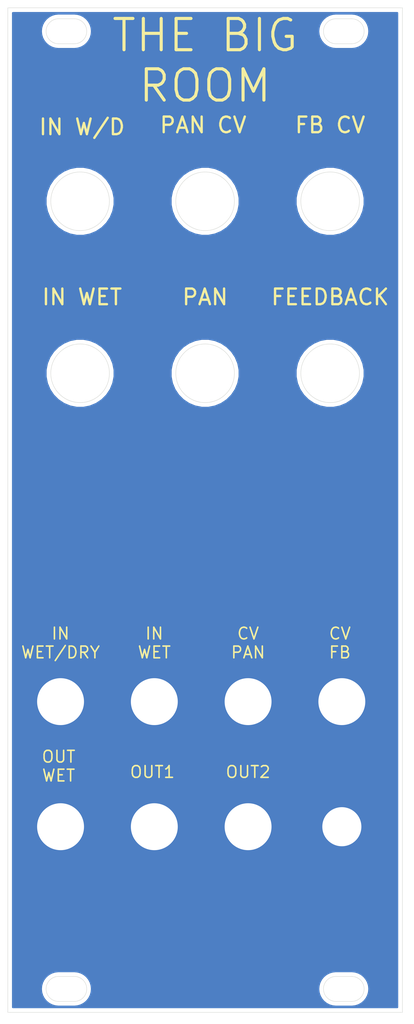
<source format=kicad_pcb>
(kicad_pcb (version 20171130) (host pcbnew "(5.1.9-0-10_14)")
  (layers (0 F.Cu signal) (31 B.Cu signal) (34 B.Paste user hide) (35 F.Paste user hide) (36 B.SilkS user hide) (37 F.SilkS user) (38 B.Mask user) (39 F.Mask user) (44 Edge.Cuts user))
  (net 0 "")
  (net 1 GND)
  (module "custom footprints:potleaf_small_copper" (layer F.Cu) (at 24.75 123.5)
    (fp_text reference REF** hide)
    (fp_text value potleaf_small_copper)
    (fp_poly (pts (xy -3.4036 -3.9751) (xy -3.0861 -3.7338) (xy -2.52095 -3.4163) (xy -1.92405 -2.9845) (xy -1.5494 -2.6035) (xy -1.14935 -2.03835) (xy -0.55245 -0.85725) (xy -0.254 -0.2921) (xy -0.2413 -0.2794) (xy -0.5715 -0.254) (xy -0.6731 -0.3048) (xy -1.0287 -0.55245) (xy -1.4351 -0.92075) (xy -1.7653 -1.27) (xy -2.1209 -1.7018) (xy -2.4003 -2.1209) (xy -2.5908 -2.3749) (xy -2.8448 -2.8321) (xy -3.0988 -3.2004) (xy -3.3401 -3.6195) (xy -3.6195 -4.1783)) (layer F.Cu) (width 0.1))
    (fp_poly (pts (xy -1.997075 -0.796925) (xy -1.660525 -0.701675) (xy -1.397 -0.6096) (xy -0.6985 -0.2032) (xy -0.66802 -0.17526) (xy -0.6604 -0.1905) (xy -0.6604 -0.1778) (xy -0.66802 -0.17526) (xy -0.7493 -0.0127) (xy -0.3556 0.127) (xy -0.56515 0.1524) (xy -0.95885 0.1778) (xy -1.4351 0.1778) (xy -1.8796 0.1143) (xy -2.3622 0) (xy -2.7559 -0.1143) (xy -3.1623 -0.3429) (xy -3.4798 -0.5715) (xy -3.8862 -0.6985) (xy -3.2385 -0.7493) (xy -2.7051 -0.7874) (xy -2.24155 -0.79375)) (layer F.Cu) (width 0.1))
    (fp_poly (pts (xy -0.13335 0.2667) (xy -0.50165 0.6985) (xy -0.9398 0.97155) (xy -1.3208 1.11125) (xy -2.0701 1.27635) (xy -1.5875 0.7493) (xy -1.1938 0.4826) (xy -0.8255 0.2794) (xy -0.3556 0.2032) (xy -0.3302 0.2032)) (layer F.Cu) (width 0.1))
    (fp_poly (pts (xy 0 -0.2159) (xy -0.211138 -0.022225) (xy 0.007937 0.073025) (xy 0.758825 0.61595) (xy 0.57785 0.7112) (xy 0 0.254) (xy 0.0127 1.3462) (xy -0.1016 1.2065) (xy -0.10795 0.3175) (xy -0.0635 0.3175) (xy -0.4445 0.1016) (xy -0.73025 -0.0508) (xy -0.56515 -0.3302)) (layer F.Cu) (width 0.1))
    (fp_poly (pts (xy 0.64135 0.2413) (xy 1.1938 0.5207) (xy 1.520825 0.847725) (xy 1.655763 1.077913) (xy 1.887538 1.347788) (xy 1.58115 1.26365) (xy 1.32715 1.18745) (xy 1.14935 1.12395) (xy 0.7747 0.9906) (xy 0.415925 0.796925) (xy 0.155575 0.511175) (xy 0.03175 0.34925) (xy 0.09525 0.38735) (xy 0.06985 0.32385) (xy 0.13335 0.1524)) (layer F.Cu) (width 0.1))
    (fp_poly (pts (xy 3.0734 -0.762) (xy 3.5052 -0.7366) (xy 4.083207 -0.726057) (xy 3.4036 -0.5715) (xy 2.9718 -0.381) (xy 2.6289 -0.1651) (xy 2.2098 0) (xy 1.6764 0.0889) (xy 1.2319 0.1143) (xy 0.65405 0.09525) (xy 0.0762 0.0762) (xy 0.0127 0) (xy 0.2286 -0.0635) (xy 0.235585 -0.1143) (xy 0.551815 -0.2413) (xy 1.08585 -0.4699) (xy 1.6383 -0.6731) (xy 2.032 -0.7874) (xy 2.4765 -0.7874)) (layer F.Cu) (width 0.1))
    (fp_poly (pts (xy 3.0607 -3.4163) (xy 2.8194 -2.921) (xy 2.6162 -2.4638) (xy 2.35585 -1.9431) (xy 2.0828 -1.5875) (xy 1.77165 -1.17475) (xy 1.30175 -0.78105) (xy 0.8001 -0.4445) (xy -0.3048 0.1524) (xy -0.2794 -0.1778) (xy 0.0254 -0.2286) (xy 0.27305 -0.66675) (xy 0.48895 -1.1303) (xy 0.65405 -1.4605) (xy 0.8382 -1.7526) (xy 1.0033 -2.0701) (xy 1.2827 -2.4257) (xy 1.5621 -2.7432) (xy 1.8923 -3.0353) (xy 2.2352 -3.2639) (xy 2.6162 -3.5179) (xy 3.0099 -3.7846) (xy 3.5433 -4.1783)) (layer F.Cu) (width 0.1))
    (fp_poly (pts (xy 0.2159 -5.5499) (xy 0.3175 -5.0673) (xy 0.4318 -4.6101) (xy 0.51435 -4.2799) (xy 0.57785 -3.8989) (xy 0.6223 -3.3782) (xy 0.6223 -2.8448) (xy 0.5715 -2.2606) (xy 0.508 -1.7399) (xy 0.365125 -1.2446) (xy 0.066675 -0.2286) (xy -0.14605 -0.2794) (xy -0.381 -1.1938) (xy -0.554038 -2.0574) (xy -0.538163 -2.8448) (xy -0.485775 -3.5052) (xy -0.32385 -4.2799) (xy -0.0889 -5.0927) (xy 0.0381 -5.8674) (xy 0.1016 -6.3881)) (layer F.Cu) (width 0.1))
  )
  (module "custom footprints:6mm_mounting_hole_thonkiconn" (layer F.Cu) (at 42.75 104.75)
    (fp_text reference TP1 hide)
    (fp_text value TestPoint)
    (pad 1 thru_hole circle (at 0 0) (size 5.1 5.1) (drill 5) (layers *.Cu *.Mask) (net 1 GND))
  )
  (module "custom footprints:6mm_mounting_hole_thonkiconn" (layer F.Cu) (at 6.75 88.75)
    (fp_text reference TP1 hide)
    (fp_text value TestPoint)
    (pad 1 thru_hole circle (at 0 0) (size 6.1 6.1) (drill 6) (layers *.Cu *.Mask) (net 1 GND))
  )
  (module "custom footprints:6mm_mounting_hole_thonkiconn" (layer F.Cu) (at 42.75 88.75)
    (fp_text reference TP1 hide)
    (fp_text value TestPoint)
    (pad 1 thru_hole circle (at 0 0) (size 6.1 6.1) (drill 6) (layers *.Cu *.Mask) (net 1 GND))
  )
  (module "custom footprints:6mm_mounting_hole_thonkiconn" (layer F.Cu) (at 30.75 88.75)
    (fp_text reference TP1 hide)
    (fp_text value TestPoint)
    (pad 1 thru_hole circle (at 0 0) (size 6.1 6.1) (drill 6) (layers *.Cu *.Mask) (net 1 GND))
  )
  (module "custom footprints:6mm_mounting_hole_thonkiconn" (layer F.Cu) (at 18.75 88.75)
    (fp_text reference TP1 hide)
    (fp_text value TestPoint)
    (pad 1 thru_hole circle (at 0 0) (size 6.1 6.1) (drill 6) (layers *.Cu *.Mask) (net 1 GND))
  )
  (module "custom footprints:6mm_mounting_hole_thonkiconn" (layer F.Cu) (at 6.75 104.75)
    (fp_text reference TP1 hide)
    (fp_text value TestPoint)
    (pad 1 thru_hole circle (at 0 0) (size 6.1 6.1) (drill 6) (layers *.Cu *.Mask) (net 1 GND))
  )
  (module "custom footprints:6mm_mounting_hole_thonkiconn" (layer F.Cu) (at 30.75 104.75)
    (fp_text reference TP1 hide)
    (fp_text value TestPoint)
    (pad 1 thru_hole circle (at 0 0) (size 6.1 6.1) (drill 6) (layers *.Cu *.Mask) (net 1 GND))
  )
  (module "custom footprints:6mm_mounting_hole_thonkiconn" (layer F.Cu) (at 18.75 104.75)
    (fp_text reference TP1 hide)
    (fp_text value TestPoint)
    (pad 1 thru_hole circle (at 0 0) (size 6.1 6.1) (drill 6) (layers *.Cu *.Mask) (net 1 GND))
  )
  (gr_line (start 30.75 104.75) (end 9.5 104.75) (layer F.Cu) (width 2))
  (gr_line (start 17.75 88.75) (end 7.75 88.75) (layer F.Cu) (width 2))
  (gr_line (start 42 88.75) (end 32 88.75) (layer F.Cu) (width 2))
  (gr_text "CV\nFB" (at 42.5 81.25) (layer F.SilkS) (effects (font (size 1.5 1.5) (thickness 0.2))))
  (gr_text "CV\nPAN" (at 30.75 81.25) (layer F.SilkS) (effects (font (size 1.5 1.5) (thickness 0.2))))
  (gr_text "IN\nWET" (at 18.75 81.25) (layer F.SilkS) (effects (font (size 1.5 1.5) (thickness 0.2))))
  (gr_text "IN\nWET/DRY" (at 6.75 81.25) (layer F.SilkS) (effects (font (size 1.5 1.5) (thickness 0.2))))
  (gr_text OUT2 (at 30.75 97.75) (layer F.SilkS) (effects (font (size 1.5 1.5) (thickness 0.2))))
  (gr_text OUT1 (at 18.5 97.75) (layer F.SilkS) (effects (font (size 1.5 1.5) (thickness 0.2))))
  (gr_text "THE BIG\nROOM" (at 25.25 6.75) (layer F.SilkS) (effects (font (size 4 4) (thickness 0.4))))
  (gr_text "IN W/D" (at 9.5 15.25) (layer F.SilkS) (effects (font (size 2 2) (thickness 0.3))))
  (gr_text "PAN CV" (at 25 15) (layer F.SilkS) (effects (font (size 2 2) (thickness 0.3))))
  (gr_text "FB CV" (at 41.25 15) (layer F.SilkS) (effects (font (size 2 2) (thickness 0.3))))
  (gr_text FEEDBACK (at 41.25 37) (layer F.SilkS) (effects (font (size 2 2) (thickness 0.3))))
  (gr_text PAN (at 25.25 37) (layer F.SilkS) (effects (font (size 2 2) (thickness 0.3))))
  (gr_text "OUT\nWET" (at 6.5 97) (layer F.SilkS) (effects (font (size 1.5 1.5) (thickness 0.2))))
  (gr_text "IN WET" (at 9.5 37) (layer F.SilkS) (effects (font (size 2 2) (thickness 0.3))))
  (gr_circle (center 41.25 46.75) (end 45 46.75) (layer Edge.Cuts) (width 0.05))
  (gr_circle (center 25.25 46.75) (end 29 46.75) (layer Edge.Cuts) (width 0.05))
  (gr_circle (center 9.25 46.75) (end 13 46.75) (layer Edge.Cuts) (width 0.05))
  (gr_circle (center 41.25 24.75) (end 45 24.75) (layer Edge.Cuts) (width 0.05))
  (gr_circle (center 25.25 24.75) (end 29 24.75) (layer Edge.Cuts) (width 0.05))
  (gr_circle (center 9.25 24.75) (end 13 24.75) (layer Edge.Cuts) (width 0.05))
  (gr_arc (start 8.5 125.5) (end 8.5 127.1) (angle -180) (layer Edge.Cuts) (width 0.05))
  (gr_line (start 6.5 123.9) (end 8.5 123.9) (layer Edge.Cuts) (width 0.05))
  (gr_arc (start 6.5 125.5) (end 6.5 123.9) (angle -180) (layer Edge.Cuts) (width 0.05))
  (gr_line (start 6.5 127.1) (end 8.5 127.1) (layer Edge.Cuts) (width 0.05))
  (gr_arc (start 8.5 3) (end 8.5 4.6) (angle -180) (layer Edge.Cuts) (width 0.05))
  (gr_line (start 6.5 1.4) (end 8.5 1.4) (layer Edge.Cuts) (width 0.05))
  (gr_arc (start 6.5 3) (end 6.5 1.4) (angle -180) (layer Edge.Cuts) (width 0.05))
  (gr_line (start 6.5 4.6) (end 8.5 4.6) (layer Edge.Cuts) (width 0.05))
  (gr_arc (start 44 125.5) (end 44 127.1) (angle -180) (layer Edge.Cuts) (width 0.05))
  (gr_line (start 42 123.9) (end 44 123.9) (layer Edge.Cuts) (width 0.05))
  (gr_arc (start 42 125.5) (end 42 123.9) (angle -180) (layer Edge.Cuts) (width 0.05))
  (gr_line (start 42 127.1) (end 44 127.1) (layer Edge.Cuts) (width 0.05))
  (gr_line (start 42 1.4) (end 44 1.4) (layer Edge.Cuts) (width 0.05))
  (gr_line (start 42 4.6) (end 44 4.6) (layer Edge.Cuts) (width 0.05))
  (gr_arc (start 42 3) (end 42 1.4) (angle -180) (layer Edge.Cuts) (width 0.05))
  (gr_arc (start 44 3) (end 44 4.6) (angle -180) (layer Edge.Cuts) (width 0.05))
  (gr_line (start 0 128.5) (end 0 0) (layer Edge.Cuts) (width 0.05))
  (gr_line (start 50.5 128.5) (end 0 128.5) (layer Edge.Cuts) (width 0.05))
  (gr_line (start 50.5 0) (end 50.5 128.5) (layer Edge.Cuts) (width 0.05))
  (gr_line (start 0 0) (end 50.5 0) (layer Edge.Cuts) (width 0.05))
  (zone (net 1) (net_name GND) (layer B.Cu) (connect_pads yes (clearance 0.508)) (min_thickness 0.254) (fill yes (arc_segments 32) (thermal_gap 0.508) (thermal_bridge_width 0.508))
    (polygon (pts (xy 52 130) (xy -1 130) (xy -1 -1) (xy 52 -1)))
  )
)
</source>
